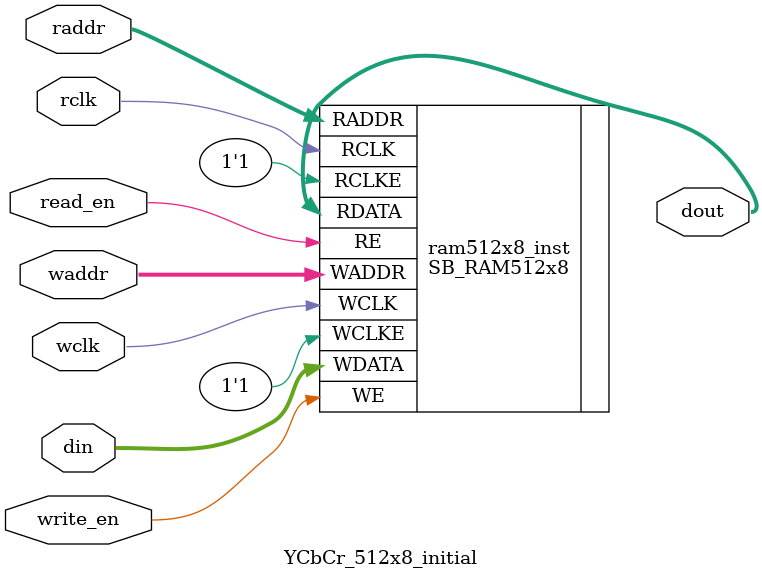
<source format=v>

module YCbCr_512x8_initial(
    din,
    write_en,
    read_en,
    waddr, 
    wclk, 
    raddr, 
    rclk, 
    dout
); 

parameter addr_width = 9; 
parameter data_width = 8; 
    
input  [addr_width-1:0] waddr, raddr; 
input  [data_width-1:0] din; 
input  write_en, read_en, wclk, rclk; 
output [data_width-1:0] dout;

SB_RAM512x8   ram512x8_inst (
   .RDATA(dout[7:0]),
   .RADDR(raddr[8:0]),
   .RCLK(rclk),
   .RCLKE(1'b1),
   .RE(read_en),
   .WADDR(waddr[8:0]),
   .WCLK(wclk),
   .WCLKE(1'b1),
   .WDATA(din[7:0]),
   .WE(write_en)
   //.MASK(16'b0000000000000000)
);
// 32 * 8 * 16
defparam ram512x8_inst.INIT_0 = 256'h00000000000000000000000000000000000000000000006df028223590f05a51;
//defparam ram512x8_inst.INIT_0 = 256'h00000000000000000000000000000000000000000000006df0282235901a9700;
defparam ram512x8_inst.INIT_1 = 256'h0000000000000000000000000000000000000000000000000000000000000000;
defparam ram512x8_inst.INIT_2 = 256'h0000000000000000000000000000000000000000000000000000000000000000;
defparam ram512x8_inst.INIT_3 = 256'h0000000000000000000000000000000000000000000000000000000000000000;
defparam ram512x8_inst.INIT_4 = 256'h0000000000000000000000000000000000000000000000000000000000000000;
defparam ram512x8_inst.INIT_5 = 256'h0000000000000000000000000000000000000000000000000000000000000000;
defparam ram512x8_inst.INIT_6 = 256'h0000000000000000000000000000000000000000000000000000000000000000;
defparam ram512x8_inst.INIT_7 = 256'h0000000000000000000000000000000000000000000000000000000000000000;
defparam ram512x8_inst.INIT_8 = 256'h0000000000000000000000000000000000000000000000000000000000000000;
defparam ram512x8_inst.INIT_9 = 256'h0000000000000000000000000000000000000000000000000000000000000000;
defparam ram512x8_inst.INIT_A = 256'h0000000000000000000000000000000000000000000000000000000000000000;
defparam ram512x8_inst.INIT_B = 256'h0000000000000000000000000000000000000000000000000000000000000000;
defparam ram512x8_inst.INIT_C = 256'h0000000000000000000000000000000000000000000000000000000000000000;
defparam ram512x8_inst.INIT_D = 256'h0000000000000000000000000000000000000000000000000000000000000000;
defparam ram512x8_inst.INIT_E = 256'h0000000000000000000000000000000000000000000000000000000000000000;
defparam ram512x8_inst.INIT_F = 256'h0000000000000000000000000000000000000000000000000000000000000000;

endmodule

</source>
